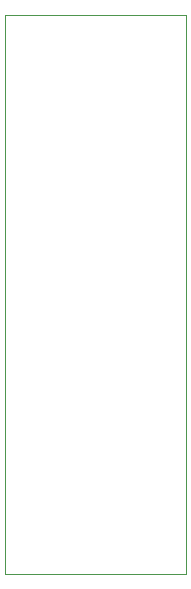
<source format=gbr>
%TF.GenerationSoftware,KiCad,Pcbnew,7.0.11-7.0.11~ubuntu22.04.1*%
%TF.CreationDate,2024-03-10T10:15:41+03:00*%
%TF.ProjectId,MDExt,4d444578-742e-46b6-9963-61645f706362,rev?*%
%TF.SameCoordinates,Original*%
%TF.FileFunction,Profile,NP*%
%FSLAX46Y46*%
G04 Gerber Fmt 4.6, Leading zero omitted, Abs format (unit mm)*
G04 Created by KiCad (PCBNEW 7.0.11-7.0.11~ubuntu22.04.1) date 2024-03-10 10:15:41*
%MOMM*%
%LPD*%
G01*
G04 APERTURE LIST*
%TA.AperFunction,Profile*%
%ADD10C,0.100000*%
%TD*%
G04 APERTURE END LIST*
D10*
X41854000Y-39290000D02*
X57157000Y-39290000D01*
X57157000Y-86680000D01*
X41854000Y-86680000D01*
X41854000Y-39290000D01*
M02*

</source>
